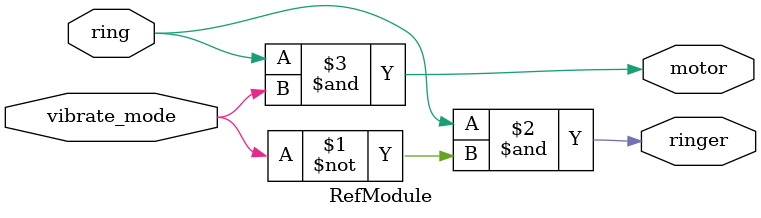
<source format=v>
module RefModule (
  input ring,
  input vibrate_mode,
  output ringer,
  output motor
);

  assign ringer = ring & ~vibrate_mode;
  assign motor = ring & vibrate_mode;

endmodule


</source>
